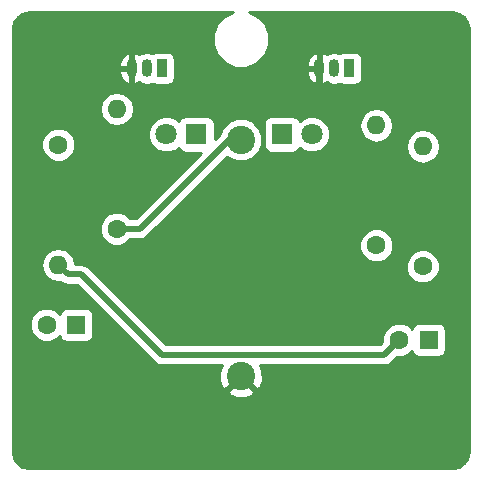
<source format=gtl>
G04 #@! TF.FileFunction,Copper,L1,Top,Signal*
%FSLAX46Y46*%
G04 Gerber Fmt 4.6, Leading zero omitted, Abs format (unit mm)*
G04 Created by KiCad (PCBNEW 4.0.6) date 07/03/18 08:43:19*
%MOMM*%
%LPD*%
G01*
G04 APERTURE LIST*
%ADD10C,0.100000*%
%ADD11C,1.600000*%
%ADD12O,1.600000X1.600000*%
%ADD13R,1.600000X1.600000*%
%ADD14R,1.800000X1.800000*%
%ADD15C,1.800000*%
%ADD16O,0.900000X1.500000*%
%ADD17R,0.900000X1.500000*%
%ADD18C,2.400000*%
%ADD19C,0.600000*%
%ADD20C,0.508000*%
%ADD21C,0.254000*%
G04 APERTURE END LIST*
D10*
D11*
X119507000Y-66040000D03*
D12*
X119507000Y-55880000D03*
D13*
X116078000Y-74168000D03*
D11*
X113578000Y-74168000D03*
D13*
X145923000Y-75438000D03*
D11*
X143423000Y-75438000D03*
D14*
X126238000Y-58039000D03*
D15*
X123698000Y-58039000D03*
D14*
X133477000Y-58039000D03*
D15*
X136017000Y-58039000D03*
D16*
X122047000Y-52451000D03*
X120777000Y-52451000D03*
D17*
X123317000Y-52451000D03*
D16*
X137922000Y-52451000D03*
X136652000Y-52451000D03*
D17*
X139192000Y-52451000D03*
D11*
X145415000Y-69215000D03*
D12*
X145415000Y-59055000D03*
D11*
X114554000Y-58928000D03*
D12*
X114554000Y-69088000D03*
D11*
X141478000Y-67437000D03*
D12*
X141478000Y-57277000D03*
D18*
X130000000Y-78500000D03*
X130000000Y-58500000D03*
D19*
X138000000Y-73000000D03*
D20*
X136652000Y-52451000D02*
X136652000Y-55652000D01*
X138000000Y-57000000D02*
X138000000Y-73000000D01*
X136652000Y-55652000D02*
X138000000Y-57000000D01*
X130000000Y-58500000D02*
X129000000Y-58500000D01*
X129000000Y-58500000D02*
X121460000Y-66040000D01*
X121460000Y-66040000D02*
X119507000Y-66040000D01*
X123317000Y-76708000D02*
X142153000Y-76708000D01*
X142153000Y-76708000D02*
X143423000Y-75438000D01*
X116496999Y-69887999D02*
X123317000Y-76708000D01*
X114554000Y-69088000D02*
X115353999Y-69887999D01*
X115353999Y-69887999D02*
X116496999Y-69887999D01*
D21*
G36*
X128650771Y-47976916D02*
X127979274Y-48647242D01*
X127615415Y-49523513D01*
X127614587Y-50472325D01*
X127976916Y-51349229D01*
X128647242Y-52020726D01*
X129523513Y-52384585D01*
X130472325Y-52385413D01*
X131347012Y-52024000D01*
X135567000Y-52024000D01*
X135567000Y-52324000D01*
X136525000Y-52324000D01*
X136525000Y-51233498D01*
X136779000Y-51233498D01*
X136779000Y-52324000D01*
X136799000Y-52324000D01*
X136799000Y-52578000D01*
X136779000Y-52578000D01*
X136779000Y-53668502D01*
X136946001Y-53795408D01*
X137282726Y-53630830D01*
X137506788Y-53780543D01*
X137922000Y-53863134D01*
X138337212Y-53780543D01*
X138402019Y-53737241D01*
X138490110Y-53797431D01*
X138742000Y-53848440D01*
X139642000Y-53848440D01*
X139877317Y-53804162D01*
X140093441Y-53665090D01*
X140238431Y-53452890D01*
X140289440Y-53201000D01*
X140289440Y-51701000D01*
X140245162Y-51465683D01*
X140106090Y-51249559D01*
X139893890Y-51104569D01*
X139642000Y-51053560D01*
X138742000Y-51053560D01*
X138506683Y-51097838D01*
X138402345Y-51164978D01*
X138337212Y-51121457D01*
X137922000Y-51038866D01*
X137506788Y-51121457D01*
X137282726Y-51271170D01*
X136946001Y-51106592D01*
X136779000Y-51233498D01*
X136525000Y-51233498D01*
X136357999Y-51106592D01*
X135974592Y-51293987D01*
X135698192Y-51618456D01*
X135567000Y-52024000D01*
X131347012Y-52024000D01*
X131349229Y-52023084D01*
X132020726Y-51352758D01*
X132384585Y-50476487D01*
X132385413Y-49527675D01*
X132023084Y-48650771D01*
X131352758Y-47979274D01*
X130704273Y-47710000D01*
X147930069Y-47710000D01*
X148488338Y-47821046D01*
X148902333Y-48097669D01*
X149178953Y-48511660D01*
X149290000Y-49069931D01*
X149290000Y-84930069D01*
X149178953Y-85488340D01*
X148902333Y-85902331D01*
X148488338Y-86178954D01*
X147930069Y-86290000D01*
X112069931Y-86290000D01*
X111511660Y-86178953D01*
X111097669Y-85902333D01*
X110821046Y-85488338D01*
X110710000Y-84930069D01*
X110710000Y-79797175D01*
X128882430Y-79797175D01*
X129005565Y-80084788D01*
X129687734Y-80344707D01*
X130417443Y-80323786D01*
X130994435Y-80084788D01*
X131117570Y-79797175D01*
X130000000Y-78679605D01*
X128882430Y-79797175D01*
X110710000Y-79797175D01*
X110710000Y-74452187D01*
X112142752Y-74452187D01*
X112360757Y-74979800D01*
X112764077Y-75383824D01*
X113291309Y-75602750D01*
X113862187Y-75603248D01*
X114389800Y-75385243D01*
X114658583Y-75116928D01*
X114674838Y-75203317D01*
X114813910Y-75419441D01*
X115026110Y-75564431D01*
X115278000Y-75615440D01*
X116878000Y-75615440D01*
X117113317Y-75571162D01*
X117329441Y-75432090D01*
X117474431Y-75219890D01*
X117525440Y-74968000D01*
X117525440Y-73368000D01*
X117481162Y-73132683D01*
X117342090Y-72916559D01*
X117129890Y-72771569D01*
X116878000Y-72720560D01*
X115278000Y-72720560D01*
X115042683Y-72764838D01*
X114826559Y-72903910D01*
X114681569Y-73116110D01*
X114660320Y-73221041D01*
X114391923Y-72952176D01*
X113864691Y-72733250D01*
X113293813Y-72732752D01*
X112766200Y-72950757D01*
X112362176Y-73354077D01*
X112143250Y-73881309D01*
X112142752Y-74452187D01*
X110710000Y-74452187D01*
X110710000Y-69059887D01*
X113119000Y-69059887D01*
X113119000Y-69116113D01*
X113228233Y-69665264D01*
X113539302Y-70130811D01*
X114004849Y-70441880D01*
X114554000Y-70551113D01*
X114725849Y-70516930D01*
X115013793Y-70709328D01*
X115353999Y-70776999D01*
X116128763Y-70776999D01*
X122688382Y-77336618D01*
X122976794Y-77529329D01*
X123317000Y-77597000D01*
X128380374Y-77597000D01*
X128155293Y-78187734D01*
X128176214Y-78917443D01*
X128415212Y-79494435D01*
X128702825Y-79617570D01*
X129820395Y-78500000D01*
X129806253Y-78485858D01*
X129985858Y-78306253D01*
X130000000Y-78320395D01*
X130014143Y-78306253D01*
X130193748Y-78485858D01*
X130179605Y-78500000D01*
X131297175Y-79617570D01*
X131584788Y-79494435D01*
X131844707Y-78812266D01*
X131823786Y-78082557D01*
X131622662Y-77597000D01*
X142153000Y-77597000D01*
X142493206Y-77529329D01*
X142781618Y-77336618D01*
X143245391Y-76872845D01*
X143707187Y-76873248D01*
X144234800Y-76655243D01*
X144503583Y-76386928D01*
X144519838Y-76473317D01*
X144658910Y-76689441D01*
X144871110Y-76834431D01*
X145123000Y-76885440D01*
X146723000Y-76885440D01*
X146958317Y-76841162D01*
X147174441Y-76702090D01*
X147319431Y-76489890D01*
X147370440Y-76238000D01*
X147370440Y-74638000D01*
X147326162Y-74402683D01*
X147187090Y-74186559D01*
X146974890Y-74041569D01*
X146723000Y-73990560D01*
X145123000Y-73990560D01*
X144887683Y-74034838D01*
X144671559Y-74173910D01*
X144526569Y-74386110D01*
X144505320Y-74491041D01*
X144236923Y-74222176D01*
X143709691Y-74003250D01*
X143138813Y-74002752D01*
X142611200Y-74220757D01*
X142207176Y-74624077D01*
X141988250Y-75151309D01*
X141987845Y-75615919D01*
X141784764Y-75819000D01*
X123685236Y-75819000D01*
X117365423Y-69499187D01*
X143979752Y-69499187D01*
X144197757Y-70026800D01*
X144601077Y-70430824D01*
X145128309Y-70649750D01*
X145699187Y-70650248D01*
X146226800Y-70432243D01*
X146630824Y-70028923D01*
X146849750Y-69501691D01*
X146850248Y-68930813D01*
X146632243Y-68403200D01*
X146228923Y-67999176D01*
X145701691Y-67780250D01*
X145130813Y-67779752D01*
X144603200Y-67997757D01*
X144199176Y-68401077D01*
X143980250Y-68928309D01*
X143979752Y-69499187D01*
X117365423Y-69499187D01*
X117125617Y-69259381D01*
X116837205Y-69066670D01*
X116496999Y-68998999D01*
X115976889Y-68998999D01*
X115879767Y-68510736D01*
X115568698Y-68045189D01*
X115103151Y-67734120D01*
X115038133Y-67721187D01*
X140042752Y-67721187D01*
X140260757Y-68248800D01*
X140664077Y-68652824D01*
X141191309Y-68871750D01*
X141762187Y-68872248D01*
X142289800Y-68654243D01*
X142693824Y-68250923D01*
X142912750Y-67723691D01*
X142913248Y-67152813D01*
X142695243Y-66625200D01*
X142291923Y-66221176D01*
X141764691Y-66002250D01*
X141193813Y-66001752D01*
X140666200Y-66219757D01*
X140262176Y-66623077D01*
X140043250Y-67150309D01*
X140042752Y-67721187D01*
X115038133Y-67721187D01*
X114554000Y-67624887D01*
X114004849Y-67734120D01*
X113539302Y-68045189D01*
X113228233Y-68510736D01*
X113119000Y-69059887D01*
X110710000Y-69059887D01*
X110710000Y-66324187D01*
X118071752Y-66324187D01*
X118289757Y-66851800D01*
X118693077Y-67255824D01*
X119220309Y-67474750D01*
X119791187Y-67475248D01*
X120318800Y-67257243D01*
X120647616Y-66929000D01*
X121460000Y-66929000D01*
X121800206Y-66861329D01*
X122088618Y-66668618D01*
X128830964Y-59926272D01*
X128959199Y-60054730D01*
X129633395Y-60334681D01*
X130363403Y-60335318D01*
X131038086Y-60056545D01*
X131554730Y-59540801D01*
X131834681Y-58866605D01*
X131835318Y-58136597D01*
X131556545Y-57461914D01*
X131234194Y-57139000D01*
X131929560Y-57139000D01*
X131929560Y-58939000D01*
X131973838Y-59174317D01*
X132112910Y-59390441D01*
X132325110Y-59535431D01*
X132577000Y-59586440D01*
X134377000Y-59586440D01*
X134612317Y-59542162D01*
X134828441Y-59403090D01*
X134973431Y-59190890D01*
X134977567Y-59170466D01*
X135146357Y-59339551D01*
X135710330Y-59573733D01*
X136320991Y-59574265D01*
X136885371Y-59341068D01*
X137200101Y-59026887D01*
X143980000Y-59026887D01*
X143980000Y-59083113D01*
X144089233Y-59632264D01*
X144400302Y-60097811D01*
X144865849Y-60408880D01*
X145415000Y-60518113D01*
X145964151Y-60408880D01*
X146429698Y-60097811D01*
X146740767Y-59632264D01*
X146850000Y-59083113D01*
X146850000Y-59026887D01*
X146740767Y-58477736D01*
X146429698Y-58012189D01*
X145964151Y-57701120D01*
X145415000Y-57591887D01*
X144865849Y-57701120D01*
X144400302Y-58012189D01*
X144089233Y-58477736D01*
X143980000Y-59026887D01*
X137200101Y-59026887D01*
X137317551Y-58909643D01*
X137551733Y-58345670D01*
X137552265Y-57735009D01*
X137351404Y-57248887D01*
X140043000Y-57248887D01*
X140043000Y-57305113D01*
X140152233Y-57854264D01*
X140463302Y-58319811D01*
X140928849Y-58630880D01*
X141478000Y-58740113D01*
X142027151Y-58630880D01*
X142492698Y-58319811D01*
X142803767Y-57854264D01*
X142913000Y-57305113D01*
X142913000Y-57248887D01*
X142803767Y-56699736D01*
X142492698Y-56234189D01*
X142027151Y-55923120D01*
X141478000Y-55813887D01*
X140928849Y-55923120D01*
X140463302Y-56234189D01*
X140152233Y-56699736D01*
X140043000Y-57248887D01*
X137351404Y-57248887D01*
X137319068Y-57170629D01*
X136887643Y-56738449D01*
X136323670Y-56504267D01*
X135713009Y-56503735D01*
X135148629Y-56736932D01*
X134980387Y-56904880D01*
X134980162Y-56903683D01*
X134841090Y-56687559D01*
X134628890Y-56542569D01*
X134377000Y-56491560D01*
X132577000Y-56491560D01*
X132341683Y-56535838D01*
X132125559Y-56674910D01*
X131980569Y-56887110D01*
X131929560Y-57139000D01*
X131234194Y-57139000D01*
X131040801Y-56945270D01*
X130366605Y-56665319D01*
X129636597Y-56664682D01*
X128961914Y-56943455D01*
X128445270Y-57459199D01*
X128205049Y-58037715D01*
X127785440Y-58457324D01*
X127785440Y-57139000D01*
X127741162Y-56903683D01*
X127602090Y-56687559D01*
X127389890Y-56542569D01*
X127138000Y-56491560D01*
X125338000Y-56491560D01*
X125102683Y-56535838D01*
X124886559Y-56674910D01*
X124741569Y-56887110D01*
X124737433Y-56907534D01*
X124568643Y-56738449D01*
X124004670Y-56504267D01*
X123394009Y-56503735D01*
X122829629Y-56736932D01*
X122397449Y-57168357D01*
X122163267Y-57732330D01*
X122162735Y-58342991D01*
X122395932Y-58907371D01*
X122827357Y-59339551D01*
X123391330Y-59573733D01*
X124001991Y-59574265D01*
X124566371Y-59341068D01*
X124734613Y-59173120D01*
X124734838Y-59174317D01*
X124873910Y-59390441D01*
X125086110Y-59535431D01*
X125338000Y-59586440D01*
X126656324Y-59586440D01*
X121091764Y-65151000D01*
X120647178Y-65151000D01*
X120320923Y-64824176D01*
X119793691Y-64605250D01*
X119222813Y-64604752D01*
X118695200Y-64822757D01*
X118291176Y-65226077D01*
X118072250Y-65753309D01*
X118071752Y-66324187D01*
X110710000Y-66324187D01*
X110710000Y-59212187D01*
X113118752Y-59212187D01*
X113336757Y-59739800D01*
X113740077Y-60143824D01*
X114267309Y-60362750D01*
X114838187Y-60363248D01*
X115365800Y-60145243D01*
X115769824Y-59741923D01*
X115988750Y-59214691D01*
X115989248Y-58643813D01*
X115771243Y-58116200D01*
X115367923Y-57712176D01*
X114840691Y-57493250D01*
X114269813Y-57492752D01*
X113742200Y-57710757D01*
X113338176Y-58114077D01*
X113119250Y-58641309D01*
X113118752Y-59212187D01*
X110710000Y-59212187D01*
X110710000Y-55851887D01*
X118072000Y-55851887D01*
X118072000Y-55908113D01*
X118181233Y-56457264D01*
X118492302Y-56922811D01*
X118957849Y-57233880D01*
X119507000Y-57343113D01*
X120056151Y-57233880D01*
X120521698Y-56922811D01*
X120832767Y-56457264D01*
X120942000Y-55908113D01*
X120942000Y-55851887D01*
X120832767Y-55302736D01*
X120521698Y-54837189D01*
X120056151Y-54526120D01*
X119507000Y-54416887D01*
X118957849Y-54526120D01*
X118492302Y-54837189D01*
X118181233Y-55302736D01*
X118072000Y-55851887D01*
X110710000Y-55851887D01*
X110710000Y-52578000D01*
X119692000Y-52578000D01*
X119692000Y-52878000D01*
X119823192Y-53283544D01*
X120099592Y-53608013D01*
X120482999Y-53795408D01*
X120650000Y-53668502D01*
X120650000Y-52578000D01*
X119692000Y-52578000D01*
X110710000Y-52578000D01*
X110710000Y-52024000D01*
X119692000Y-52024000D01*
X119692000Y-52324000D01*
X120650000Y-52324000D01*
X120650000Y-51233498D01*
X120904000Y-51233498D01*
X120904000Y-52324000D01*
X120924000Y-52324000D01*
X120924000Y-52578000D01*
X120904000Y-52578000D01*
X120904000Y-53668502D01*
X121071001Y-53795408D01*
X121407726Y-53630830D01*
X121631788Y-53780543D01*
X122047000Y-53863134D01*
X122462212Y-53780543D01*
X122527019Y-53737241D01*
X122615110Y-53797431D01*
X122867000Y-53848440D01*
X123767000Y-53848440D01*
X124002317Y-53804162D01*
X124218441Y-53665090D01*
X124363431Y-53452890D01*
X124414440Y-53201000D01*
X124414440Y-52578000D01*
X135567000Y-52578000D01*
X135567000Y-52878000D01*
X135698192Y-53283544D01*
X135974592Y-53608013D01*
X136357999Y-53795408D01*
X136525000Y-53668502D01*
X136525000Y-52578000D01*
X135567000Y-52578000D01*
X124414440Y-52578000D01*
X124414440Y-51701000D01*
X124370162Y-51465683D01*
X124231090Y-51249559D01*
X124018890Y-51104569D01*
X123767000Y-51053560D01*
X122867000Y-51053560D01*
X122631683Y-51097838D01*
X122527345Y-51164978D01*
X122462212Y-51121457D01*
X122047000Y-51038866D01*
X121631788Y-51121457D01*
X121407726Y-51271170D01*
X121071001Y-51106592D01*
X120904000Y-51233498D01*
X120650000Y-51233498D01*
X120482999Y-51106592D01*
X120099592Y-51293987D01*
X119823192Y-51618456D01*
X119692000Y-52024000D01*
X110710000Y-52024000D01*
X110710000Y-49069931D01*
X110821046Y-48511662D01*
X111097669Y-48097667D01*
X111511660Y-47821047D01*
X112069931Y-47710000D01*
X129296758Y-47710000D01*
X128650771Y-47976916D01*
X128650771Y-47976916D01*
G37*
X128650771Y-47976916D02*
X127979274Y-48647242D01*
X127615415Y-49523513D01*
X127614587Y-50472325D01*
X127976916Y-51349229D01*
X128647242Y-52020726D01*
X129523513Y-52384585D01*
X130472325Y-52385413D01*
X131347012Y-52024000D01*
X135567000Y-52024000D01*
X135567000Y-52324000D01*
X136525000Y-52324000D01*
X136525000Y-51233498D01*
X136779000Y-51233498D01*
X136779000Y-52324000D01*
X136799000Y-52324000D01*
X136799000Y-52578000D01*
X136779000Y-52578000D01*
X136779000Y-53668502D01*
X136946001Y-53795408D01*
X137282726Y-53630830D01*
X137506788Y-53780543D01*
X137922000Y-53863134D01*
X138337212Y-53780543D01*
X138402019Y-53737241D01*
X138490110Y-53797431D01*
X138742000Y-53848440D01*
X139642000Y-53848440D01*
X139877317Y-53804162D01*
X140093441Y-53665090D01*
X140238431Y-53452890D01*
X140289440Y-53201000D01*
X140289440Y-51701000D01*
X140245162Y-51465683D01*
X140106090Y-51249559D01*
X139893890Y-51104569D01*
X139642000Y-51053560D01*
X138742000Y-51053560D01*
X138506683Y-51097838D01*
X138402345Y-51164978D01*
X138337212Y-51121457D01*
X137922000Y-51038866D01*
X137506788Y-51121457D01*
X137282726Y-51271170D01*
X136946001Y-51106592D01*
X136779000Y-51233498D01*
X136525000Y-51233498D01*
X136357999Y-51106592D01*
X135974592Y-51293987D01*
X135698192Y-51618456D01*
X135567000Y-52024000D01*
X131347012Y-52024000D01*
X131349229Y-52023084D01*
X132020726Y-51352758D01*
X132384585Y-50476487D01*
X132385413Y-49527675D01*
X132023084Y-48650771D01*
X131352758Y-47979274D01*
X130704273Y-47710000D01*
X147930069Y-47710000D01*
X148488338Y-47821046D01*
X148902333Y-48097669D01*
X149178953Y-48511660D01*
X149290000Y-49069931D01*
X149290000Y-84930069D01*
X149178953Y-85488340D01*
X148902333Y-85902331D01*
X148488338Y-86178954D01*
X147930069Y-86290000D01*
X112069931Y-86290000D01*
X111511660Y-86178953D01*
X111097669Y-85902333D01*
X110821046Y-85488338D01*
X110710000Y-84930069D01*
X110710000Y-79797175D01*
X128882430Y-79797175D01*
X129005565Y-80084788D01*
X129687734Y-80344707D01*
X130417443Y-80323786D01*
X130994435Y-80084788D01*
X131117570Y-79797175D01*
X130000000Y-78679605D01*
X128882430Y-79797175D01*
X110710000Y-79797175D01*
X110710000Y-74452187D01*
X112142752Y-74452187D01*
X112360757Y-74979800D01*
X112764077Y-75383824D01*
X113291309Y-75602750D01*
X113862187Y-75603248D01*
X114389800Y-75385243D01*
X114658583Y-75116928D01*
X114674838Y-75203317D01*
X114813910Y-75419441D01*
X115026110Y-75564431D01*
X115278000Y-75615440D01*
X116878000Y-75615440D01*
X117113317Y-75571162D01*
X117329441Y-75432090D01*
X117474431Y-75219890D01*
X117525440Y-74968000D01*
X117525440Y-73368000D01*
X117481162Y-73132683D01*
X117342090Y-72916559D01*
X117129890Y-72771569D01*
X116878000Y-72720560D01*
X115278000Y-72720560D01*
X115042683Y-72764838D01*
X114826559Y-72903910D01*
X114681569Y-73116110D01*
X114660320Y-73221041D01*
X114391923Y-72952176D01*
X113864691Y-72733250D01*
X113293813Y-72732752D01*
X112766200Y-72950757D01*
X112362176Y-73354077D01*
X112143250Y-73881309D01*
X112142752Y-74452187D01*
X110710000Y-74452187D01*
X110710000Y-69059887D01*
X113119000Y-69059887D01*
X113119000Y-69116113D01*
X113228233Y-69665264D01*
X113539302Y-70130811D01*
X114004849Y-70441880D01*
X114554000Y-70551113D01*
X114725849Y-70516930D01*
X115013793Y-70709328D01*
X115353999Y-70776999D01*
X116128763Y-70776999D01*
X122688382Y-77336618D01*
X122976794Y-77529329D01*
X123317000Y-77597000D01*
X128380374Y-77597000D01*
X128155293Y-78187734D01*
X128176214Y-78917443D01*
X128415212Y-79494435D01*
X128702825Y-79617570D01*
X129820395Y-78500000D01*
X129806253Y-78485858D01*
X129985858Y-78306253D01*
X130000000Y-78320395D01*
X130014143Y-78306253D01*
X130193748Y-78485858D01*
X130179605Y-78500000D01*
X131297175Y-79617570D01*
X131584788Y-79494435D01*
X131844707Y-78812266D01*
X131823786Y-78082557D01*
X131622662Y-77597000D01*
X142153000Y-77597000D01*
X142493206Y-77529329D01*
X142781618Y-77336618D01*
X143245391Y-76872845D01*
X143707187Y-76873248D01*
X144234800Y-76655243D01*
X144503583Y-76386928D01*
X144519838Y-76473317D01*
X144658910Y-76689441D01*
X144871110Y-76834431D01*
X145123000Y-76885440D01*
X146723000Y-76885440D01*
X146958317Y-76841162D01*
X147174441Y-76702090D01*
X147319431Y-76489890D01*
X147370440Y-76238000D01*
X147370440Y-74638000D01*
X147326162Y-74402683D01*
X147187090Y-74186559D01*
X146974890Y-74041569D01*
X146723000Y-73990560D01*
X145123000Y-73990560D01*
X144887683Y-74034838D01*
X144671559Y-74173910D01*
X144526569Y-74386110D01*
X144505320Y-74491041D01*
X144236923Y-74222176D01*
X143709691Y-74003250D01*
X143138813Y-74002752D01*
X142611200Y-74220757D01*
X142207176Y-74624077D01*
X141988250Y-75151309D01*
X141987845Y-75615919D01*
X141784764Y-75819000D01*
X123685236Y-75819000D01*
X117365423Y-69499187D01*
X143979752Y-69499187D01*
X144197757Y-70026800D01*
X144601077Y-70430824D01*
X145128309Y-70649750D01*
X145699187Y-70650248D01*
X146226800Y-70432243D01*
X146630824Y-70028923D01*
X146849750Y-69501691D01*
X146850248Y-68930813D01*
X146632243Y-68403200D01*
X146228923Y-67999176D01*
X145701691Y-67780250D01*
X145130813Y-67779752D01*
X144603200Y-67997757D01*
X144199176Y-68401077D01*
X143980250Y-68928309D01*
X143979752Y-69499187D01*
X117365423Y-69499187D01*
X117125617Y-69259381D01*
X116837205Y-69066670D01*
X116496999Y-68998999D01*
X115976889Y-68998999D01*
X115879767Y-68510736D01*
X115568698Y-68045189D01*
X115103151Y-67734120D01*
X115038133Y-67721187D01*
X140042752Y-67721187D01*
X140260757Y-68248800D01*
X140664077Y-68652824D01*
X141191309Y-68871750D01*
X141762187Y-68872248D01*
X142289800Y-68654243D01*
X142693824Y-68250923D01*
X142912750Y-67723691D01*
X142913248Y-67152813D01*
X142695243Y-66625200D01*
X142291923Y-66221176D01*
X141764691Y-66002250D01*
X141193813Y-66001752D01*
X140666200Y-66219757D01*
X140262176Y-66623077D01*
X140043250Y-67150309D01*
X140042752Y-67721187D01*
X115038133Y-67721187D01*
X114554000Y-67624887D01*
X114004849Y-67734120D01*
X113539302Y-68045189D01*
X113228233Y-68510736D01*
X113119000Y-69059887D01*
X110710000Y-69059887D01*
X110710000Y-66324187D01*
X118071752Y-66324187D01*
X118289757Y-66851800D01*
X118693077Y-67255824D01*
X119220309Y-67474750D01*
X119791187Y-67475248D01*
X120318800Y-67257243D01*
X120647616Y-66929000D01*
X121460000Y-66929000D01*
X121800206Y-66861329D01*
X122088618Y-66668618D01*
X128830964Y-59926272D01*
X128959199Y-60054730D01*
X129633395Y-60334681D01*
X130363403Y-60335318D01*
X131038086Y-60056545D01*
X131554730Y-59540801D01*
X131834681Y-58866605D01*
X131835318Y-58136597D01*
X131556545Y-57461914D01*
X131234194Y-57139000D01*
X131929560Y-57139000D01*
X131929560Y-58939000D01*
X131973838Y-59174317D01*
X132112910Y-59390441D01*
X132325110Y-59535431D01*
X132577000Y-59586440D01*
X134377000Y-59586440D01*
X134612317Y-59542162D01*
X134828441Y-59403090D01*
X134973431Y-59190890D01*
X134977567Y-59170466D01*
X135146357Y-59339551D01*
X135710330Y-59573733D01*
X136320991Y-59574265D01*
X136885371Y-59341068D01*
X137200101Y-59026887D01*
X143980000Y-59026887D01*
X143980000Y-59083113D01*
X144089233Y-59632264D01*
X144400302Y-60097811D01*
X144865849Y-60408880D01*
X145415000Y-60518113D01*
X145964151Y-60408880D01*
X146429698Y-60097811D01*
X146740767Y-59632264D01*
X146850000Y-59083113D01*
X146850000Y-59026887D01*
X146740767Y-58477736D01*
X146429698Y-58012189D01*
X145964151Y-57701120D01*
X145415000Y-57591887D01*
X144865849Y-57701120D01*
X144400302Y-58012189D01*
X144089233Y-58477736D01*
X143980000Y-59026887D01*
X137200101Y-59026887D01*
X137317551Y-58909643D01*
X137551733Y-58345670D01*
X137552265Y-57735009D01*
X137351404Y-57248887D01*
X140043000Y-57248887D01*
X140043000Y-57305113D01*
X140152233Y-57854264D01*
X140463302Y-58319811D01*
X140928849Y-58630880D01*
X141478000Y-58740113D01*
X142027151Y-58630880D01*
X142492698Y-58319811D01*
X142803767Y-57854264D01*
X142913000Y-57305113D01*
X142913000Y-57248887D01*
X142803767Y-56699736D01*
X142492698Y-56234189D01*
X142027151Y-55923120D01*
X141478000Y-55813887D01*
X140928849Y-55923120D01*
X140463302Y-56234189D01*
X140152233Y-56699736D01*
X140043000Y-57248887D01*
X137351404Y-57248887D01*
X137319068Y-57170629D01*
X136887643Y-56738449D01*
X136323670Y-56504267D01*
X135713009Y-56503735D01*
X135148629Y-56736932D01*
X134980387Y-56904880D01*
X134980162Y-56903683D01*
X134841090Y-56687559D01*
X134628890Y-56542569D01*
X134377000Y-56491560D01*
X132577000Y-56491560D01*
X132341683Y-56535838D01*
X132125559Y-56674910D01*
X131980569Y-56887110D01*
X131929560Y-57139000D01*
X131234194Y-57139000D01*
X131040801Y-56945270D01*
X130366605Y-56665319D01*
X129636597Y-56664682D01*
X128961914Y-56943455D01*
X128445270Y-57459199D01*
X128205049Y-58037715D01*
X127785440Y-58457324D01*
X127785440Y-57139000D01*
X127741162Y-56903683D01*
X127602090Y-56687559D01*
X127389890Y-56542569D01*
X127138000Y-56491560D01*
X125338000Y-56491560D01*
X125102683Y-56535838D01*
X124886559Y-56674910D01*
X124741569Y-56887110D01*
X124737433Y-56907534D01*
X124568643Y-56738449D01*
X124004670Y-56504267D01*
X123394009Y-56503735D01*
X122829629Y-56736932D01*
X122397449Y-57168357D01*
X122163267Y-57732330D01*
X122162735Y-58342991D01*
X122395932Y-58907371D01*
X122827357Y-59339551D01*
X123391330Y-59573733D01*
X124001991Y-59574265D01*
X124566371Y-59341068D01*
X124734613Y-59173120D01*
X124734838Y-59174317D01*
X124873910Y-59390441D01*
X125086110Y-59535431D01*
X125338000Y-59586440D01*
X126656324Y-59586440D01*
X121091764Y-65151000D01*
X120647178Y-65151000D01*
X120320923Y-64824176D01*
X119793691Y-64605250D01*
X119222813Y-64604752D01*
X118695200Y-64822757D01*
X118291176Y-65226077D01*
X118072250Y-65753309D01*
X118071752Y-66324187D01*
X110710000Y-66324187D01*
X110710000Y-59212187D01*
X113118752Y-59212187D01*
X113336757Y-59739800D01*
X113740077Y-60143824D01*
X114267309Y-60362750D01*
X114838187Y-60363248D01*
X115365800Y-60145243D01*
X115769824Y-59741923D01*
X115988750Y-59214691D01*
X115989248Y-58643813D01*
X115771243Y-58116200D01*
X115367923Y-57712176D01*
X114840691Y-57493250D01*
X114269813Y-57492752D01*
X113742200Y-57710757D01*
X113338176Y-58114077D01*
X113119250Y-58641309D01*
X113118752Y-59212187D01*
X110710000Y-59212187D01*
X110710000Y-55851887D01*
X118072000Y-55851887D01*
X118072000Y-55908113D01*
X118181233Y-56457264D01*
X118492302Y-56922811D01*
X118957849Y-57233880D01*
X119507000Y-57343113D01*
X120056151Y-57233880D01*
X120521698Y-56922811D01*
X120832767Y-56457264D01*
X120942000Y-55908113D01*
X120942000Y-55851887D01*
X120832767Y-55302736D01*
X120521698Y-54837189D01*
X120056151Y-54526120D01*
X119507000Y-54416887D01*
X118957849Y-54526120D01*
X118492302Y-54837189D01*
X118181233Y-55302736D01*
X118072000Y-55851887D01*
X110710000Y-55851887D01*
X110710000Y-52578000D01*
X119692000Y-52578000D01*
X119692000Y-52878000D01*
X119823192Y-53283544D01*
X120099592Y-53608013D01*
X120482999Y-53795408D01*
X120650000Y-53668502D01*
X120650000Y-52578000D01*
X119692000Y-52578000D01*
X110710000Y-52578000D01*
X110710000Y-52024000D01*
X119692000Y-52024000D01*
X119692000Y-52324000D01*
X120650000Y-52324000D01*
X120650000Y-51233498D01*
X120904000Y-51233498D01*
X120904000Y-52324000D01*
X120924000Y-52324000D01*
X120924000Y-52578000D01*
X120904000Y-52578000D01*
X120904000Y-53668502D01*
X121071001Y-53795408D01*
X121407726Y-53630830D01*
X121631788Y-53780543D01*
X122047000Y-53863134D01*
X122462212Y-53780543D01*
X122527019Y-53737241D01*
X122615110Y-53797431D01*
X122867000Y-53848440D01*
X123767000Y-53848440D01*
X124002317Y-53804162D01*
X124218441Y-53665090D01*
X124363431Y-53452890D01*
X124414440Y-53201000D01*
X124414440Y-52578000D01*
X135567000Y-52578000D01*
X135567000Y-52878000D01*
X135698192Y-53283544D01*
X135974592Y-53608013D01*
X136357999Y-53795408D01*
X136525000Y-53668502D01*
X136525000Y-52578000D01*
X135567000Y-52578000D01*
X124414440Y-52578000D01*
X124414440Y-51701000D01*
X124370162Y-51465683D01*
X124231090Y-51249559D01*
X124018890Y-51104569D01*
X123767000Y-51053560D01*
X122867000Y-51053560D01*
X122631683Y-51097838D01*
X122527345Y-51164978D01*
X122462212Y-51121457D01*
X122047000Y-51038866D01*
X121631788Y-51121457D01*
X121407726Y-51271170D01*
X121071001Y-51106592D01*
X120904000Y-51233498D01*
X120650000Y-51233498D01*
X120482999Y-51106592D01*
X120099592Y-51293987D01*
X119823192Y-51618456D01*
X119692000Y-52024000D01*
X110710000Y-52024000D01*
X110710000Y-49069931D01*
X110821046Y-48511662D01*
X111097669Y-48097667D01*
X111511660Y-47821047D01*
X112069931Y-47710000D01*
X129296758Y-47710000D01*
X128650771Y-47976916D01*
M02*

</source>
